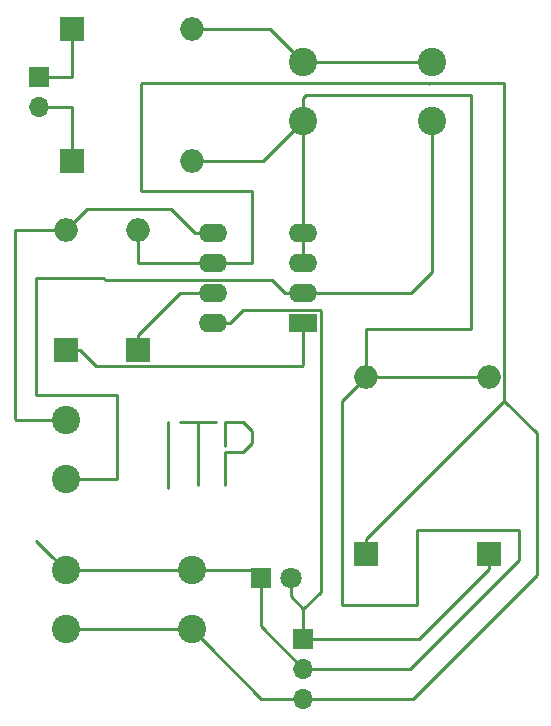
<source format=gbr>
G04 #@! TF.GenerationSoftware,KiCad,Pcbnew,(5.0.0-3-g5ebb6b6)*
G04 #@! TF.CreationDate,2018-11-21T14:18:23-05:00*
G04 #@! TF.ProjectId,itpower_current,6974706F7765725F63757272656E742E,rev?*
G04 #@! TF.SameCoordinates,Original*
G04 #@! TF.FileFunction,Copper,L1,Top,Signal*
G04 #@! TF.FilePolarity,Positive*
%FSLAX46Y46*%
G04 Gerber Fmt 4.6, Leading zero omitted, Abs format (unit mm)*
G04 Created by KiCad (PCBNEW (5.0.0-3-g5ebb6b6)) date Wednesday, November 21, 2018 at 02:18:23 PM*
%MOMM*%
%LPD*%
G01*
G04 APERTURE LIST*
G04 #@! TA.AperFunction,ComponentPad*
%ADD10R,2.400000X1.600000*%
G04 #@! TD*
G04 #@! TA.AperFunction,ComponentPad*
%ADD11O,2.400000X1.600000*%
G04 #@! TD*
G04 #@! TA.AperFunction,ComponentPad*
%ADD12R,2.000000X2.000000*%
G04 #@! TD*
G04 #@! TA.AperFunction,ComponentPad*
%ADD13O,2.000000X2.000000*%
G04 #@! TD*
G04 #@! TA.AperFunction,ComponentPad*
%ADD14C,2.400000*%
G04 #@! TD*
G04 #@! TA.AperFunction,ComponentPad*
%ADD15R,1.800000X1.800000*%
G04 #@! TD*
G04 #@! TA.AperFunction,ComponentPad*
%ADD16C,1.800000*%
G04 #@! TD*
G04 #@! TA.AperFunction,ComponentPad*
%ADD17R,1.700000X1.700000*%
G04 #@! TD*
G04 #@! TA.AperFunction,ComponentPad*
%ADD18O,1.700000X1.700000*%
G04 #@! TD*
G04 #@! TA.AperFunction,Conductor*
%ADD19C,0.250000*%
G04 #@! TD*
G04 APERTURE END LIST*
D10*
G04 #@! TO.P,U1,1*
G04 #@! TO.N,Net-(D3-Pad1)*
X37338000Y-40386000D03*
D11*
G04 #@! TO.P,U1,5*
G04 #@! TO.N,Net-(D3-Pad2)*
X29718000Y-32766000D03*
G04 #@! TO.P,U1,2*
G04 #@! TO.N,Net-(R2-Pad1)*
X37338000Y-37846000D03*
G04 #@! TO.P,U1,6*
G04 #@! TO.N,Net-(C1-Pad1)*
X29718000Y-35306000D03*
G04 #@! TO.P,U1,3*
G04 #@! TO.N,GND*
X37338000Y-35306000D03*
G04 #@! TO.P,U1,7*
G04 #@! TO.N,Net-(D4-Pad1)*
X29718000Y-37846000D03*
G04 #@! TO.P,U1,4*
G04 #@! TO.N,GND*
X37338000Y-32766000D03*
G04 #@! TO.P,U1,8*
G04 #@! TO.N,+5V*
X29718000Y-40386000D03*
G04 #@! TD*
D12*
G04 #@! TO.P,C1,1*
G04 #@! TO.N,Net-(C1-Pad1)*
X42672000Y-59944000D03*
D13*
G04 #@! TO.P,C1,2*
G04 #@! TO.N,GND*
X42672000Y-44944000D03*
G04 #@! TD*
D12*
G04 #@! TO.P,C2,1*
G04 #@! TO.N,+5V*
X53086000Y-59944000D03*
D13*
G04 #@! TO.P,C2,2*
G04 #@! TO.N,GND*
X53086000Y-44944000D03*
G04 #@! TD*
D12*
G04 #@! TO.P,D1,1*
G04 #@! TO.N,Net-(D1-Pad1)*
X17780000Y-15494000D03*
D13*
G04 #@! TO.P,D1,2*
G04 #@! TO.N,Net-(D1-Pad2)*
X27940000Y-15494000D03*
G04 #@! TD*
G04 #@! TO.P,D2,2*
G04 #@! TO.N,GND*
X27940000Y-26670000D03*
D12*
G04 #@! TO.P,D2,1*
G04 #@! TO.N,Net-(D2-Pad1)*
X17780000Y-26670000D03*
G04 #@! TD*
G04 #@! TO.P,D3,1*
G04 #@! TO.N,Net-(D3-Pad1)*
X17272000Y-42672000D03*
D13*
G04 #@! TO.P,D3,2*
G04 #@! TO.N,Net-(D3-Pad2)*
X17272000Y-32512000D03*
G04 #@! TD*
G04 #@! TO.P,D4,2*
G04 #@! TO.N,Net-(C1-Pad1)*
X23368000Y-32512000D03*
D12*
G04 #@! TO.P,D4,1*
G04 #@! TO.N,Net-(D4-Pad1)*
X23368000Y-42672000D03*
G04 #@! TD*
D14*
G04 #@! TO.P,R1,1*
G04 #@! TO.N,Net-(D1-Pad2)*
X37338000Y-18288000D03*
G04 #@! TO.P,R1,2*
G04 #@! TO.N,GND*
X37338000Y-23288000D03*
G04 #@! TD*
G04 #@! TO.P,R2,2*
G04 #@! TO.N,Net-(D1-Pad2)*
X48260000Y-18288000D03*
G04 #@! TO.P,R2,1*
G04 #@! TO.N,Net-(R2-Pad1)*
X48260000Y-23288000D03*
G04 #@! TD*
G04 #@! TO.P,R3,1*
G04 #@! TO.N,Net-(D3-Pad2)*
X17272000Y-48594000D03*
G04 #@! TO.P,R3,2*
G04 #@! TO.N,Net-(R2-Pad1)*
X17272000Y-53594000D03*
G04 #@! TD*
G04 #@! TO.P,R4,2*
G04 #@! TO.N,GND*
X17272000Y-61294000D03*
G04 #@! TO.P,R4,1*
G04 #@! TO.N,Net-(C1-Pad1)*
X17272000Y-66294000D03*
G04 #@! TD*
G04 #@! TO.P,R6,1*
G04 #@! TO.N,Net-(C1-Pad1)*
X27940000Y-66294000D03*
G04 #@! TO.P,R6,2*
G04 #@! TO.N,GND*
X27940000Y-61294000D03*
G04 #@! TD*
D15*
G04 #@! TO.P,D5,1*
G04 #@! TO.N,GND*
X33782000Y-61976000D03*
D16*
G04 #@! TO.P,D5,2*
G04 #@! TO.N,+5V*
X36322000Y-61976000D03*
G04 #@! TD*
D17*
G04 #@! TO.P,J2,1*
G04 #@! TO.N,+5V*
X37385001Y-67103001D03*
D18*
G04 #@! TO.P,J2,2*
G04 #@! TO.N,GND*
X37385001Y-69643001D03*
G04 #@! TO.P,J2,3*
G04 #@! TO.N,Net-(C1-Pad1)*
X37385001Y-72183001D03*
G04 #@! TD*
D17*
G04 #@! TO.P,J1,1*
G04 #@! TO.N,Net-(D1-Pad1)*
X14986000Y-19558000D03*
D18*
G04 #@! TO.P,J1,2*
G04 #@! TO.N,Net-(D2-Pad1)*
X14986000Y-22098000D03*
G04 #@! TD*
D19*
G04 #@! TO.N,*
X25908000Y-54356000D02*
X25908000Y-48768000D01*
X26924000Y-48768000D02*
X28448000Y-48768000D01*
X28448000Y-48768000D02*
X28448000Y-54102000D01*
X28448000Y-48768000D02*
X29972000Y-48768000D01*
X32258000Y-51308000D02*
X30734000Y-51308000D01*
X33020000Y-50546000D02*
X32258000Y-51308000D01*
X30734000Y-51308000D02*
X30734000Y-54102000D01*
X33020000Y-50546000D02*
X33020000Y-49530000D01*
X33020000Y-49530000D02*
X32258000Y-48768000D01*
X32258000Y-48768000D02*
X30734000Y-48768000D01*
X30734000Y-48768000D02*
X30734000Y-50800000D01*
G04 #@! TO.N,Net-(C1-Pad1)*
X29718000Y-35306000D02*
X23368000Y-35306000D01*
X23368000Y-35306000D02*
X23368000Y-32512000D01*
X17272000Y-66294000D02*
X27940000Y-66294000D01*
X27940000Y-66294000D02*
X29210000Y-67564000D01*
X42672000Y-58694000D02*
X42672000Y-59944000D01*
X54411001Y-46954999D02*
X42672000Y-58694000D01*
X33829001Y-72183001D02*
X29210000Y-67564000D01*
X37385001Y-72183001D02*
X33829001Y-72183001D01*
X57150000Y-61722000D02*
X57150000Y-49693998D01*
X57150000Y-49693998D02*
X54411001Y-46954999D01*
X46688999Y-72183001D02*
X57150000Y-61722000D01*
X37385001Y-72183001D02*
X46688999Y-72183001D01*
X48006000Y-20066000D02*
X48006000Y-20140588D01*
X23679990Y-24370992D02*
X23679990Y-20123990D01*
X23679990Y-20123990D02*
X23737980Y-20066000D01*
X23622000Y-24428982D02*
X23679990Y-24370992D01*
X23737980Y-20066000D02*
X48006000Y-20066000D01*
X23622000Y-29210000D02*
X23622000Y-24428982D01*
X33020000Y-35306000D02*
X33020000Y-29210000D01*
X33020000Y-29210000D02*
X23622000Y-29210000D01*
X29718000Y-35306000D02*
X33020000Y-35306000D01*
X48006000Y-20066000D02*
X54356000Y-20066000D01*
X54411001Y-27432000D02*
X54411001Y-46954999D01*
X54356000Y-27376999D02*
X54411001Y-27432000D01*
X54411001Y-20121001D02*
X54356000Y-20066000D01*
X54411001Y-26924000D02*
X54411001Y-20121001D01*
X54411001Y-26545589D02*
X54411001Y-26924000D01*
X54411001Y-26924000D02*
X54411001Y-27432000D01*
G04 #@! TO.N,GND*
X33956000Y-26670000D02*
X37338000Y-23288000D01*
X27940000Y-26670000D02*
X33956000Y-26670000D01*
X37338000Y-31716000D02*
X37338000Y-23288000D01*
X37338000Y-32766000D02*
X37338000Y-31716000D01*
X37338000Y-35306000D02*
X37338000Y-32766000D01*
X42672000Y-44944000D02*
X53086000Y-44944000D01*
X17272000Y-61294000D02*
X27940000Y-61294000D01*
X14789991Y-58811991D02*
X16072001Y-60094001D01*
X16072001Y-60094001D02*
X17272000Y-61294000D01*
X33782000Y-66040000D02*
X37385001Y-69643001D01*
X33782000Y-61976000D02*
X33782000Y-66040000D01*
X33100000Y-61294000D02*
X33782000Y-61976000D01*
X27940000Y-61294000D02*
X33100000Y-61294000D01*
X46434999Y-69643001D02*
X45972001Y-69643001D01*
X55626000Y-60452000D02*
X46434999Y-69643001D01*
X45972001Y-69643001D02*
X37385001Y-69643001D01*
X55626000Y-57912000D02*
X55626000Y-60452000D01*
X46990000Y-57912000D02*
X55626000Y-57912000D01*
X46990000Y-64262000D02*
X46990000Y-57912000D01*
X41346999Y-46269001D02*
X41346999Y-46283001D01*
X40640000Y-64262000D02*
X46990000Y-64262000D01*
X40640000Y-46990000D02*
X40640000Y-64262000D01*
X41346999Y-46283001D02*
X40640000Y-46990000D01*
X42672000Y-44944000D02*
X41346999Y-46269001D01*
X42672000Y-44944000D02*
X42672000Y-40894000D01*
X42672000Y-40894000D02*
X51562000Y-40894000D01*
X51562000Y-40894000D02*
X51562000Y-21082000D01*
X51562000Y-21082000D02*
X37592000Y-21082000D01*
X37338000Y-21336000D02*
X37338000Y-23288000D01*
X37592000Y-21082000D02*
X37338000Y-21336000D01*
G04 #@! TO.N,+5V*
X38863001Y-39325999D02*
X38863001Y-63109999D01*
X38798001Y-39260999D02*
X38863001Y-39325999D01*
X32293001Y-39260999D02*
X38798001Y-39260999D01*
X31168000Y-40386000D02*
X32293001Y-39260999D01*
X29718000Y-40386000D02*
X31168000Y-40386000D01*
X53086000Y-61194000D02*
X47176999Y-67103001D01*
X47176999Y-67103001D02*
X37385001Y-67103001D01*
X53086000Y-59944000D02*
X53086000Y-61194000D01*
X37385001Y-64587999D02*
X37385001Y-67103001D01*
X38863001Y-63109999D02*
X37385001Y-64587999D01*
X36322000Y-63524998D02*
X37385001Y-64587999D01*
X36322000Y-61976000D02*
X36322000Y-63524998D01*
G04 #@! TO.N,Net-(D1-Pad1)*
X17780000Y-19558000D02*
X17780000Y-15494000D01*
X14986000Y-19558000D02*
X17780000Y-19558000D01*
G04 #@! TO.N,Net-(D1-Pad2)*
X34544000Y-15494000D02*
X37338000Y-18288000D01*
X27940000Y-15494000D02*
X34544000Y-15494000D01*
X37338000Y-18288000D02*
X48260000Y-18288000D01*
G04 #@! TO.N,Net-(D2-Pad1)*
X17780000Y-22098000D02*
X17780000Y-26670000D01*
X14986000Y-22098000D02*
X17780000Y-22098000D01*
G04 #@! TO.N,Net-(D3-Pad1)*
X19847001Y-43997001D02*
X37282999Y-43997001D01*
X18522000Y-42672000D02*
X19847001Y-43997001D01*
X17272000Y-42672000D02*
X18522000Y-42672000D01*
X37338000Y-43942000D02*
X37338000Y-40386000D01*
X37282999Y-43997001D02*
X37338000Y-43942000D01*
G04 #@! TO.N,Net-(D3-Pad2)*
X19050000Y-30734000D02*
X17272000Y-32512000D01*
X26236000Y-30734000D02*
X19050000Y-30734000D01*
X28268000Y-32766000D02*
X26236000Y-30734000D01*
X29718000Y-32766000D02*
X28268000Y-32766000D01*
X17272000Y-32512000D02*
X12954000Y-32512000D01*
X12954000Y-32512000D02*
X12954000Y-48514000D01*
X13034000Y-48594000D02*
X17272000Y-48594000D01*
X12954000Y-48514000D02*
X13034000Y-48594000D01*
G04 #@! TO.N,Net-(D4-Pad1)*
X23368000Y-41422000D02*
X23368000Y-42672000D01*
X26944000Y-37846000D02*
X23368000Y-41422000D01*
X29718000Y-37846000D02*
X26944000Y-37846000D01*
G04 #@! TO.N,Net-(R2-Pad1)*
X37738000Y-37846000D02*
X37338000Y-37846000D01*
X35888000Y-37846000D02*
X37338000Y-37846000D01*
X20493018Y-36576000D02*
X20638008Y-36720990D01*
X34762990Y-36720990D02*
X35888000Y-37846000D01*
X20638008Y-36720990D02*
X34762990Y-36720990D01*
X14732000Y-36576000D02*
X20493018Y-36576000D01*
X21590000Y-46482000D02*
X14732000Y-46482000D01*
X21590000Y-53594000D02*
X21590000Y-46482000D01*
X14732000Y-46482000D02*
X14732000Y-36576000D01*
X17272000Y-53594000D02*
X21590000Y-53594000D01*
X48260000Y-23288000D02*
X48260000Y-27178000D01*
X48260000Y-27178000D02*
X48260000Y-36068000D01*
X48260000Y-27178000D02*
X48260000Y-27324000D01*
X48260000Y-36068000D02*
X46482000Y-37846000D01*
X46482000Y-37846000D02*
X37338000Y-37846000D01*
G04 #@! TD*
M02*

</source>
